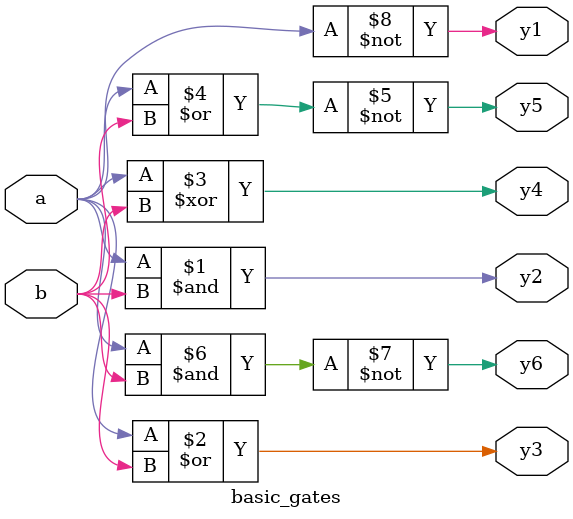
<source format=v>
`timescale 1ns / 1ps

//define a basic gates
module basic_gates(y1,y2,y3,y4,y5,y6,a,b);
    
    //I/O port declarations
    output y1,y2,y3,y4,y5,y6;
    input a,b;
    
    //instantiate logic gate primitives
    not(y1,a);
    and(y2,a,b);
    or(y3,a,b);
    xor(y4,a,b);
    nor(y5,a,b);
    nand(y6,a,b);
 
endmodule

</source>
